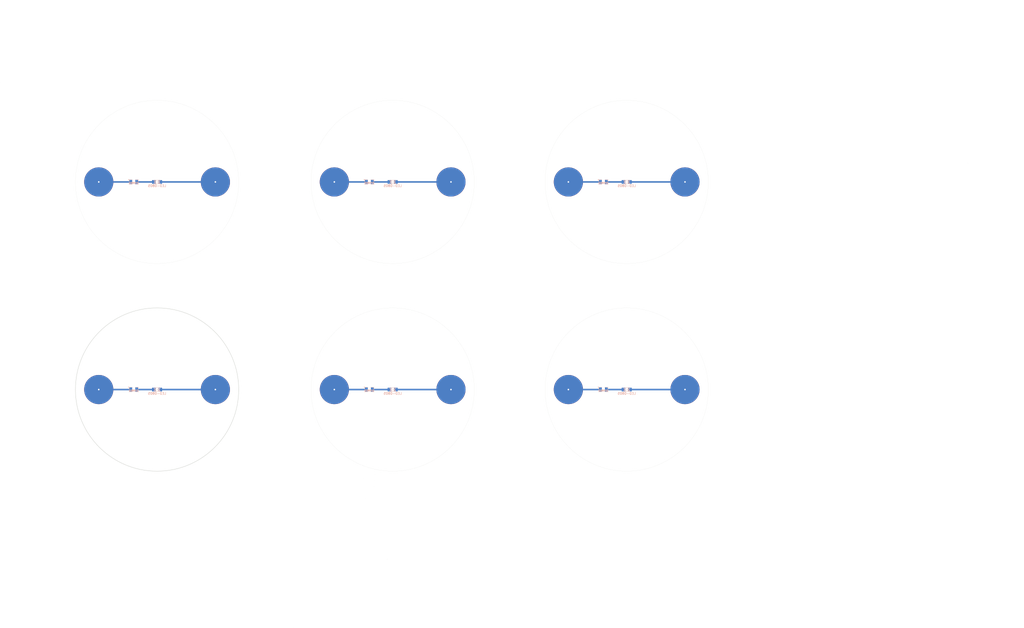
<source format=kicad_pcb>
(kicad_pcb (version 3) (host pcbnew "(2013-june-11)-stable")

  (general
    (links 0)
    (no_connects 0)
    (area 30.4775 1.5215 365.0005 206.6315)
    (thickness 1.6)
    (drawings 71)
    (tracks 24)
    (zones 0)
    (modules 18)
    (nets 1)
  )

  (page A4)
  (layers
    (15 F.Cu jumper)
    (0 B.Cu signal)
    (16 B.Adhes user)
    (17 F.Adhes user)
    (18 B.Paste user)
    (19 F.Paste user)
    (20 B.SilkS user)
    (21 F.SilkS user)
    (22 B.Mask user)
    (23 F.Mask user)
    (24 Dwgs.User user)
    (25 Cmts.User user)
    (26 Eco1.User user)
    (27 Eco2.User user)
    (28 Edge.Cuts user)
  )

  (setup
    (last_trace_width 0.508)
    (trace_clearance 0.254)
    (zone_clearance 0.508)
    (zone_45_only no)
    (trace_min 0.254)
    (segment_width 0.254)
    (edge_width 0.0254)
    (via_size 1.27)
    (via_drill 0.508)
    (via_min_size 0.889)
    (via_min_drill 0.508)
    (uvia_size 0.508)
    (uvia_drill 0.127)
    (uvias_allowed no)
    (uvia_min_size 0.508)
    (uvia_min_drill 0.127)
    (pcb_text_width 0.3)
    (pcb_text_size 1.5 1.5)
    (mod_edge_width 0.15)
    (mod_text_size 1.5 1.5)
    (mod_text_width 0.15)
    (pad_size 9.525 9.525)
    (pad_drill 0.508)
    (pad_to_mask_clearance 0.2)
    (aux_axis_origin 0 0)
    (visible_elements FFFFFFBF)
    (pcbplotparams
      (layerselection 3178497)
      (usegerberextensions true)
      (excludeedgelayer true)
      (linewidth 0.100000)
      (plotframeref false)
      (viasonmask false)
      (mode 1)
      (useauxorigin false)
      (hpglpennumber 1)
      (hpglpenspeed 20)
      (hpglpendiameter 15)
      (hpglpenoverlay 2)
      (psnegative false)
      (psa4output false)
      (plotreference true)
      (plotvalue true)
      (plotothertext true)
      (plotinvisibletext false)
      (padsonsilk false)
      (subtractmaskfromsilk false)
      (outputformat 1)
      (mirror false)
      (drillshape 1)
      (scaleselection 1)
      (outputdirectory ""))
  )

  (net 0 "")

  (net_class Default "This is the default net class."
    (clearance 0.254)
    (trace_width 0.508)
    (via_dia 1.27)
    (via_drill 0.508)
    (uvia_dia 0.508)
    (uvia_drill 0.127)
    (add_net "")
  )

  (module SM0805 (layer B.Cu) (tedit 5377D7FC) (tstamp 555DE565)
    (at 227.584 60.96)
    (attr smd)
    (fp_text reference SM0805 (at 0 0.3175) (layer B.SilkS)
      (effects (font (size 0.50038 0.50038) (thickness 0.10922)) (justify mirror))
    )
    (fp_text value Val* (at 0 -0.381) (layer B.SilkS) hide
      (effects (font (size 0.50038 0.50038) (thickness 0.10922)) (justify mirror))
    )
    (fp_circle (center -1.651 -0.762) (end -1.651 -0.635) (layer B.SilkS) (width 0.09906))
    (fp_line (start -0.508 -0.762) (end -1.524 -0.762) (layer B.SilkS) (width 0.09906))
    (fp_line (start -1.524 -0.762) (end -1.524 0.762) (layer B.SilkS) (width 0.09906))
    (fp_line (start -1.524 0.762) (end -0.508 0.762) (layer B.SilkS) (width 0.09906))
    (fp_line (start 0.508 0.762) (end 1.524 0.762) (layer B.SilkS) (width 0.09906))
    (fp_line (start 1.524 0.762) (end 1.524 -0.762) (layer B.SilkS) (width 0.09906))
    (fp_line (start 1.524 -0.762) (end 0.508 -0.762) (layer B.SilkS) (width 0.09906))
    (pad 1 smd rect (at -0.9525 0) (size 0.889 1.397)
      (layers B.Cu B.Paste B.Mask)
    )
    (pad 2 smd rect (at 0.9525 0) (size 0.889 1.397)
      (layers B.Cu B.Paste B.Mask)
    )
    (model smd/chip_cms.wrl
      (at (xyz 0 0 0))
      (scale (xyz 0.1 0.1 0.1))
      (rotate (xyz 0 0 0))
    )
  )

  (module LED-0805 (layer B.Cu) (tedit 5377D78E) (tstamp 555DE52B)
    (at 235.204 60.96)
    (descr "LED 0805 smd package")
    (tags "LED 0805 SMD")
    (attr smd)
    (fp_text reference LED-0805 (at 0 1.27) (layer B.SilkS)
      (effects (font (size 0.762 0.762) (thickness 0.127)) (justify mirror))
    )
    (fp_text value Val* (at 0 -1.27) (layer B.SilkS) hide
      (effects (font (size 0.762 0.762) (thickness 0.127)) (justify mirror))
    )
    (fp_line (start 0.49784 -0.29972) (end 0.49784 -0.62484) (layer B.SilkS) (width 0.06604))
    (fp_line (start 0.49784 -0.62484) (end 0.99822 -0.62484) (layer B.SilkS) (width 0.06604))
    (fp_line (start 0.99822 -0.29972) (end 0.99822 -0.62484) (layer B.SilkS) (width 0.06604))
    (fp_line (start 0.49784 -0.29972) (end 0.99822 -0.29972) (layer B.SilkS) (width 0.06604))
    (fp_line (start 0.49784 0.32258) (end 0.49784 0.17272) (layer B.SilkS) (width 0.06604))
    (fp_line (start 0.49784 0.17272) (end 0.7493 0.17272) (layer B.SilkS) (width 0.06604))
    (fp_line (start 0.7493 0.32258) (end 0.7493 0.17272) (layer B.SilkS) (width 0.06604))
    (fp_line (start 0.49784 0.32258) (end 0.7493 0.32258) (layer B.SilkS) (width 0.06604))
    (fp_line (start 0.49784 -0.17272) (end 0.49784 -0.32258) (layer B.SilkS) (width 0.06604))
    (fp_line (start 0.49784 -0.32258) (end 0.7493 -0.32258) (layer B.SilkS) (width 0.06604))
    (fp_line (start 0.7493 -0.17272) (end 0.7493 -0.32258) (layer B.SilkS) (width 0.06604))
    (fp_line (start 0.49784 -0.17272) (end 0.7493 -0.17272) (layer B.SilkS) (width 0.06604))
    (fp_line (start 0.49784 0.19812) (end 0.49784 -0.19812) (layer B.SilkS) (width 0.06604))
    (fp_line (start 0.49784 -0.19812) (end 0.6731 -0.19812) (layer B.SilkS) (width 0.06604))
    (fp_line (start 0.6731 0.19812) (end 0.6731 -0.19812) (layer B.SilkS) (width 0.06604))
    (fp_line (start 0.49784 0.19812) (end 0.6731 0.19812) (layer B.SilkS) (width 0.06604))
    (fp_line (start -0.99822 -0.29972) (end -0.99822 -0.62484) (layer B.SilkS) (width 0.06604))
    (fp_line (start -0.99822 -0.62484) (end -0.49784 -0.62484) (layer B.SilkS) (width 0.06604))
    (fp_line (start -0.49784 -0.29972) (end -0.49784 -0.62484) (layer B.SilkS) (width 0.06604))
    (fp_line (start -0.99822 -0.29972) (end -0.49784 -0.29972) (layer B.SilkS) (width 0.06604))
    (fp_line (start -0.99822 0.62484) (end -0.99822 0.29972) (layer B.SilkS) (width 0.06604))
    (fp_line (start -0.99822 0.29972) (end -0.49784 0.29972) (layer B.SilkS) (width 0.06604))
    (fp_line (start -0.49784 0.62484) (end -0.49784 0.29972) (layer B.SilkS) (width 0.06604))
    (fp_line (start -0.99822 0.62484) (end -0.49784 0.62484) (layer B.SilkS) (width 0.06604))
    (fp_line (start -0.7493 -0.17272) (end -0.7493 -0.32258) (layer B.SilkS) (width 0.06604))
    (fp_line (start -0.7493 -0.32258) (end -0.49784 -0.32258) (layer B.SilkS) (width 0.06604))
    (fp_line (start -0.49784 -0.17272) (end -0.49784 -0.32258) (layer B.SilkS) (width 0.06604))
    (fp_line (start -0.7493 -0.17272) (end -0.49784 -0.17272) (layer B.SilkS) (width 0.06604))
    (fp_line (start -0.7493 0.32258) (end -0.7493 0.17272) (layer B.SilkS) (width 0.06604))
    (fp_line (start -0.7493 0.17272) (end -0.49784 0.17272) (layer B.SilkS) (width 0.06604))
    (fp_line (start -0.49784 0.32258) (end -0.49784 0.17272) (layer B.SilkS) (width 0.06604))
    (fp_line (start -0.7493 0.32258) (end -0.49784 0.32258) (layer B.SilkS) (width 0.06604))
    (fp_line (start -0.6731 0.19812) (end -0.6731 -0.19812) (layer B.SilkS) (width 0.06604))
    (fp_line (start -0.6731 -0.19812) (end -0.49784 -0.19812) (layer B.SilkS) (width 0.06604))
    (fp_line (start -0.49784 0.19812) (end -0.49784 -0.19812) (layer B.SilkS) (width 0.06604))
    (fp_line (start -0.6731 0.19812) (end -0.49784 0.19812) (layer B.SilkS) (width 0.06604))
    (fp_line (start 0 0.09906) (end 0 -0.09906) (layer B.SilkS) (width 0.06604))
    (fp_line (start 0 -0.09906) (end 0.19812 -0.09906) (layer B.SilkS) (width 0.06604))
    (fp_line (start 0.19812 0.09906) (end 0.19812 -0.09906) (layer B.SilkS) (width 0.06604))
    (fp_line (start 0 0.09906) (end 0.19812 0.09906) (layer B.SilkS) (width 0.06604))
    (fp_line (start 0.49784 0.59944) (end 0.49784 0.29972) (layer B.SilkS) (width 0.06604))
    (fp_line (start 0.49784 0.29972) (end 0.79756 0.29972) (layer B.SilkS) (width 0.06604))
    (fp_line (start 0.79756 0.59944) (end 0.79756 0.29972) (layer B.SilkS) (width 0.06604))
    (fp_line (start 0.49784 0.59944) (end 0.79756 0.59944) (layer B.SilkS) (width 0.06604))
    (fp_line (start 0.92456 0.62484) (end 0.92456 0.39878) (layer B.SilkS) (width 0.06604))
    (fp_line (start 0.92456 0.39878) (end 0.99822 0.39878) (layer B.SilkS) (width 0.06604))
    (fp_line (start 0.99822 0.62484) (end 0.99822 0.39878) (layer B.SilkS) (width 0.06604))
    (fp_line (start 0.92456 0.62484) (end 0.99822 0.62484) (layer B.SilkS) (width 0.06604))
    (fp_line (start 0.52324 -0.57404) (end -0.52324 -0.57404) (layer B.SilkS) (width 0.1016))
    (fp_line (start -0.49784 0.57404) (end 0.92456 0.57404) (layer B.SilkS) (width 0.1016))
    (fp_circle (center 0.84836 0.44958) (end 0.89916 0.50038) (layer B.SilkS) (width 0.0508))
    (fp_arc (start 0.99822 0) (end 0.99822 -0.34798) (angle -180) (layer B.SilkS) (width 0.1016))
    (fp_arc (start -0.99822 0) (end -0.99822 0.34798) (angle -180) (layer B.SilkS) (width 0.1016))
    (pad 1 smd rect (at -1.04902 0) (size 1.19888 1.19888)
      (layers B.Cu B.Paste B.Mask)
    )
    (pad 2 smd rect (at 1.04902 0) (size 1.19888 1.19888)
      (layers B.Cu B.Paste B.Mask)
    )
  )

  (module endcap (layer F.Cu) (tedit 555DE155) (tstamp 555DE526)
    (at 235.204 60.96)
    (fp_text reference endcap (at 0 0) (layer F.SilkS) hide
      (effects (font (size 1.5 1.5) (thickness 0.15)))
    )
    (fp_text value VAL** (at 0 0) (layer F.SilkS) hide
      (effects (font (size 1.5 1.5) (thickness 0.15)))
    )
    (pad "" thru_hole circle (at 19.05 0) (size 9.525 9.525) (drill 0.508)
      (layers B.Cu)
      (zone_connect 2)
    )
    (pad "" thru_hole circle (at -19.05 0) (size 9.525 9.525) (drill 0.508)
      (layers *.Mask B.Cu)
      (zone_connect 2)
    )
  )

  (module endcap (layer F.Cu) (tedit 555DE155) (tstamp 555DE521)
    (at 235.204 128.778)
    (fp_text reference endcap (at 0 0) (layer F.SilkS) hide
      (effects (font (size 1.5 1.5) (thickness 0.15)))
    )
    (fp_text value VAL** (at 0 0) (layer F.SilkS) hide
      (effects (font (size 1.5 1.5) (thickness 0.15)))
    )
    (pad "" thru_hole circle (at 19.05 0) (size 9.525 9.525) (drill 0.508)
      (layers B.Cu)
      (zone_connect 2)
    )
    (pad "" thru_hole circle (at -19.05 0) (size 9.525 9.525) (drill 0.508)
      (layers *.Mask B.Cu)
      (zone_connect 2)
    )
  )

  (module LED-0805 (layer B.Cu) (tedit 5377D78E) (tstamp 555DE4E7)
    (at 235.204 128.778)
    (descr "LED 0805 smd package")
    (tags "LED 0805 SMD")
    (attr smd)
    (fp_text reference LED-0805 (at 0 1.27) (layer B.SilkS)
      (effects (font (size 0.762 0.762) (thickness 0.127)) (justify mirror))
    )
    (fp_text value Val* (at 0 -1.27) (layer B.SilkS) hide
      (effects (font (size 0.762 0.762) (thickness 0.127)) (justify mirror))
    )
    (fp_line (start 0.49784 -0.29972) (end 0.49784 -0.62484) (layer B.SilkS) (width 0.06604))
    (fp_line (start 0.49784 -0.62484) (end 0.99822 -0.62484) (layer B.SilkS) (width 0.06604))
    (fp_line (start 0.99822 -0.29972) (end 0.99822 -0.62484) (layer B.SilkS) (width 0.06604))
    (fp_line (start 0.49784 -0.29972) (end 0.99822 -0.29972) (layer B.SilkS) (width 0.06604))
    (fp_line (start 0.49784 0.32258) (end 0.49784 0.17272) (layer B.SilkS) (width 0.06604))
    (fp_line (start 0.49784 0.17272) (end 0.7493 0.17272) (layer B.SilkS) (width 0.06604))
    (fp_line (start 0.7493 0.32258) (end 0.7493 0.17272) (layer B.SilkS) (width 0.06604))
    (fp_line (start 0.49784 0.32258) (end 0.7493 0.32258) (layer B.SilkS) (width 0.06604))
    (fp_line (start 0.49784 -0.17272) (end 0.49784 -0.32258) (layer B.SilkS) (width 0.06604))
    (fp_line (start 0.49784 -0.32258) (end 0.7493 -0.32258) (layer B.SilkS) (width 0.06604))
    (fp_line (start 0.7493 -0.17272) (end 0.7493 -0.32258) (layer B.SilkS) (width 0.06604))
    (fp_line (start 0.49784 -0.17272) (end 0.7493 -0.17272) (layer B.SilkS) (width 0.06604))
    (fp_line (start 0.49784 0.19812) (end 0.49784 -0.19812) (layer B.SilkS) (width 0.06604))
    (fp_line (start 0.49784 -0.19812) (end 0.6731 -0.19812) (layer B.SilkS) (width 0.06604))
    (fp_line (start 0.6731 0.19812) (end 0.6731 -0.19812) (layer B.SilkS) (width 0.06604))
    (fp_line (start 0.49784 0.19812) (end 0.6731 0.19812) (layer B.SilkS) (width 0.06604))
    (fp_line (start -0.99822 -0.29972) (end -0.99822 -0.62484) (layer B.SilkS) (width 0.06604))
    (fp_line (start -0.99822 -0.62484) (end -0.49784 -0.62484) (layer B.SilkS) (width 0.06604))
    (fp_line (start -0.49784 -0.29972) (end -0.49784 -0.62484) (layer B.SilkS) (width 0.06604))
    (fp_line (start -0.99822 -0.29972) (end -0.49784 -0.29972) (layer B.SilkS) (width 0.06604))
    (fp_line (start -0.99822 0.62484) (end -0.99822 0.29972) (layer B.SilkS) (width 0.06604))
    (fp_line (start -0.99822 0.29972) (end -0.49784 0.29972) (layer B.SilkS) (width 0.06604))
    (fp_line (start -0.49784 0.62484) (end -0.49784 0.29972) (layer B.SilkS) (width 0.06604))
    (fp_line (start -0.99822 0.62484) (end -0.49784 0.62484) (layer B.SilkS) (width 0.06604))
    (fp_line (start -0.7493 -0.17272) (end -0.7493 -0.32258) (layer B.SilkS) (width 0.06604))
    (fp_line (start -0.7493 -0.32258) (end -0.49784 -0.32258) (layer B.SilkS) (width 0.06604))
    (fp_line (start -0.49784 -0.17272) (end -0.49784 -0.32258) (layer B.SilkS) (width 0.06604))
    (fp_line (start -0.7493 -0.17272) (end -0.49784 -0.17272) (layer B.SilkS) (width 0.06604))
    (fp_line (start -0.7493 0.32258) (end -0.7493 0.17272) (layer B.SilkS) (width 0.06604))
    (fp_line (start -0.7493 0.17272) (end -0.49784 0.17272) (layer B.SilkS) (width 0.06604))
    (fp_line (start -0.49784 0.32258) (end -0.49784 0.17272) (layer B.SilkS) (width 0.06604))
    (fp_line (start -0.7493 0.32258) (end -0.49784 0.32258) (layer B.SilkS) (width 0.06604))
    (fp_line (start -0.6731 0.19812) (end -0.6731 -0.19812) (layer B.SilkS) (width 0.06604))
    (fp_line (start -0.6731 -0.19812) (end -0.49784 -0.19812) (layer B.SilkS) (width 0.06604))
    (fp_line (start -0.49784 0.19812) (end -0.49784 -0.19812) (layer B.SilkS) (width 0.06604))
    (fp_line (start -0.6731 0.19812) (end -0.49784 0.19812) (layer B.SilkS) (width 0.06604))
    (fp_line (start 0 0.09906) (end 0 -0.09906) (layer B.SilkS) (width 0.06604))
    (fp_line (start 0 -0.09906) (end 0.19812 -0.09906) (layer B.SilkS) (width 0.06604))
    (fp_line (start 0.19812 0.09906) (end 0.19812 -0.09906) (layer B.SilkS) (width 0.06604))
    (fp_line (start 0 0.09906) (end 0.19812 0.09906) (layer B.SilkS) (width 0.06604))
    (fp_line (start 0.49784 0.59944) (end 0.49784 0.29972) (layer B.SilkS) (width 0.06604))
    (fp_line (start 0.49784 0.29972) (end 0.79756 0.29972) (layer B.SilkS) (width 0.06604))
    (fp_line (start 0.79756 0.59944) (end 0.79756 0.29972) (layer B.SilkS) (width 0.06604))
    (fp_line (start 0.49784 0.59944) (end 0.79756 0.59944) (layer B.SilkS) (width 0.06604))
    (fp_line (start 0.92456 0.62484) (end 0.92456 0.39878) (layer B.SilkS) (width 0.06604))
    (fp_line (start 0.92456 0.39878) (end 0.99822 0.39878) (layer B.SilkS) (width 0.06604))
    (fp_line (start 0.99822 0.62484) (end 0.99822 0.39878) (layer B.SilkS) (width 0.06604))
    (fp_line (start 0.92456 0.62484) (end 0.99822 0.62484) (layer B.SilkS) (width 0.06604))
    (fp_line (start 0.52324 -0.57404) (end -0.52324 -0.57404) (layer B.SilkS) (width 0.1016))
    (fp_line (start -0.49784 0.57404) (end 0.92456 0.57404) (layer B.SilkS) (width 0.1016))
    (fp_circle (center 0.84836 0.44958) (end 0.89916 0.50038) (layer B.SilkS) (width 0.0508))
    (fp_arc (start 0.99822 0) (end 0.99822 -0.34798) (angle -180) (layer B.SilkS) (width 0.1016))
    (fp_arc (start -0.99822 0) (end -0.99822 0.34798) (angle -180) (layer B.SilkS) (width 0.1016))
    (pad 1 smd rect (at -1.04902 0) (size 1.19888 1.19888)
      (layers B.Cu B.Paste B.Mask)
    )
    (pad 2 smd rect (at 1.04902 0) (size 1.19888 1.19888)
      (layers B.Cu B.Paste B.Mask)
    )
  )

  (module SM0805 (layer B.Cu) (tedit 5377D7FC) (tstamp 555DE4DB)
    (at 227.584 128.778)
    (attr smd)
    (fp_text reference SM0805 (at 0 0.3175) (layer B.SilkS)
      (effects (font (size 0.50038 0.50038) (thickness 0.10922)) (justify mirror))
    )
    (fp_text value Val* (at 0 -0.381) (layer B.SilkS) hide
      (effects (font (size 0.50038 0.50038) (thickness 0.10922)) (justify mirror))
    )
    (fp_circle (center -1.651 -0.762) (end -1.651 -0.635) (layer B.SilkS) (width 0.09906))
    (fp_line (start -0.508 -0.762) (end -1.524 -0.762) (layer B.SilkS) (width 0.09906))
    (fp_line (start -1.524 -0.762) (end -1.524 0.762) (layer B.SilkS) (width 0.09906))
    (fp_line (start -1.524 0.762) (end -0.508 0.762) (layer B.SilkS) (width 0.09906))
    (fp_line (start 0.508 0.762) (end 1.524 0.762) (layer B.SilkS) (width 0.09906))
    (fp_line (start 1.524 0.762) (end 1.524 -0.762) (layer B.SilkS) (width 0.09906))
    (fp_line (start 1.524 -0.762) (end 0.508 -0.762) (layer B.SilkS) (width 0.09906))
    (pad 1 smd rect (at -0.9525 0) (size 0.889 1.397)
      (layers B.Cu B.Paste B.Mask)
    )
    (pad 2 smd rect (at 0.9525 0) (size 0.889 1.397)
      (layers B.Cu B.Paste B.Mask)
    )
    (model smd/chip_cms.wrl
      (at (xyz 0 0 0))
      (scale (xyz 0.1 0.1 0.1))
      (rotate (xyz 0 0 0))
    )
  )

  (module SM0805 (layer B.Cu) (tedit 5377D7FC) (tstamp 555DE4B5)
    (at 151.13 60.96)
    (attr smd)
    (fp_text reference SM0805 (at 0 0.3175) (layer B.SilkS)
      (effects (font (size 0.50038 0.50038) (thickness 0.10922)) (justify mirror))
    )
    (fp_text value Val* (at 0 -0.381) (layer B.SilkS) hide
      (effects (font (size 0.50038 0.50038) (thickness 0.10922)) (justify mirror))
    )
    (fp_circle (center -1.651 -0.762) (end -1.651 -0.635) (layer B.SilkS) (width 0.09906))
    (fp_line (start -0.508 -0.762) (end -1.524 -0.762) (layer B.SilkS) (width 0.09906))
    (fp_line (start -1.524 -0.762) (end -1.524 0.762) (layer B.SilkS) (width 0.09906))
    (fp_line (start -1.524 0.762) (end -0.508 0.762) (layer B.SilkS) (width 0.09906))
    (fp_line (start 0.508 0.762) (end 1.524 0.762) (layer B.SilkS) (width 0.09906))
    (fp_line (start 1.524 0.762) (end 1.524 -0.762) (layer B.SilkS) (width 0.09906))
    (fp_line (start 1.524 -0.762) (end 0.508 -0.762) (layer B.SilkS) (width 0.09906))
    (pad 1 smd rect (at -0.9525 0) (size 0.889 1.397)
      (layers B.Cu B.Paste B.Mask)
    )
    (pad 2 smd rect (at 0.9525 0) (size 0.889 1.397)
      (layers B.Cu B.Paste B.Mask)
    )
    (model smd/chip_cms.wrl
      (at (xyz 0 0 0))
      (scale (xyz 0.1 0.1 0.1))
      (rotate (xyz 0 0 0))
    )
  )

  (module LED-0805 (layer B.Cu) (tedit 5377D78E) (tstamp 555DE47B)
    (at 158.75 60.96)
    (descr "LED 0805 smd package")
    (tags "LED 0805 SMD")
    (attr smd)
    (fp_text reference LED-0805 (at 0 1.27) (layer B.SilkS)
      (effects (font (size 0.762 0.762) (thickness 0.127)) (justify mirror))
    )
    (fp_text value Val* (at 0 -1.27) (layer B.SilkS) hide
      (effects (font (size 0.762 0.762) (thickness 0.127)) (justify mirror))
    )
    (fp_line (start 0.49784 -0.29972) (end 0.49784 -0.62484) (layer B.SilkS) (width 0.06604))
    (fp_line (start 0.49784 -0.62484) (end 0.99822 -0.62484) (layer B.SilkS) (width 0.06604))
    (fp_line (start 0.99822 -0.29972) (end 0.99822 -0.62484) (layer B.SilkS) (width 0.06604))
    (fp_line (start 0.49784 -0.29972) (end 0.99822 -0.29972) (layer B.SilkS) (width 0.06604))
    (fp_line (start 0.49784 0.32258) (end 0.49784 0.17272) (layer B.SilkS) (width 0.06604))
    (fp_line (start 0.49784 0.17272) (end 0.7493 0.17272) (layer B.SilkS) (width 0.06604))
    (fp_line (start 0.7493 0.32258) (end 0.7493 0.17272) (layer B.SilkS) (width 0.06604))
    (fp_line (start 0.49784 0.32258) (end 0.7493 0.32258) (layer B.SilkS) (width 0.06604))
    (fp_line (start 0.49784 -0.17272) (end 0.49784 -0.32258) (layer B.SilkS) (width 0.06604))
    (fp_line (start 0.49784 -0.32258) (end 0.7493 -0.32258) (layer B.SilkS) (width 0.06604))
    (fp_line (start 0.7493 -0.17272) (end 0.7493 -0.32258) (layer B.SilkS) (width 0.06604))
    (fp_line (start 0.49784 -0.17272) (end 0.7493 -0.17272) (layer B.SilkS) (width 0.06604))
    (fp_line (start 0.49784 0.19812) (end 0.49784 -0.19812) (layer B.SilkS) (width 0.06604))
    (fp_line (start 0.49784 -0.19812) (end 0.6731 -0.19812) (layer B.SilkS) (width 0.06604))
    (fp_line (start 0.6731 0.19812) (end 0.6731 -0.19812) (layer B.SilkS) (width 0.06604))
    (fp_line (start 0.49784 0.19812) (end 0.6731 0.19812) (layer B.SilkS) (width 0.06604))
    (fp_line (start -0.99822 -0.29972) (end -0.99822 -0.62484) (layer B.SilkS) (width 0.06604))
    (fp_line (start -0.99822 -0.62484) (end -0.49784 -0.62484) (layer B.SilkS) (width 0.06604))
    (fp_line (start -0.49784 -0.29972) (end -0.49784 -0.62484) (layer B.SilkS) (width 0.06604))
    (fp_line (start -0.99822 -0.29972) (end -0.49784 -0.29972) (layer B.SilkS) (width 0.06604))
    (fp_line (start -0.99822 0.62484) (end -0.99822 0.29972) (layer B.SilkS) (width 0.06604))
    (fp_line (start -0.99822 0.29972) (end -0.49784 0.29972) (layer B.SilkS) (width 0.06604))
    (fp_line (start -0.49784 0.62484) (end -0.49784 0.29972) (layer B.SilkS) (width 0.06604))
    (fp_line (start -0.99822 0.62484) (end -0.49784 0.62484) (layer B.SilkS) (width 0.06604))
    (fp_line (start -0.7493 -0.17272) (end -0.7493 -0.32258) (layer B.SilkS) (width 0.06604))
    (fp_line (start -0.7493 -0.32258) (end -0.49784 -0.32258) (layer B.SilkS) (width 0.06604))
    (fp_line (start -0.49784 -0.17272) (end -0.49784 -0.32258) (layer B.SilkS) (width 0.06604))
    (fp_line (start -0.7493 -0.17272) (end -0.49784 -0.17272) (layer B.SilkS) (width 0.06604))
    (fp_line (start -0.7493 0.32258) (end -0.7493 0.17272) (layer B.SilkS) (width 0.06604))
    (fp_line (start -0.7493 0.17272) (end -0.49784 0.17272) (layer B.SilkS) (width 0.06604))
    (fp_line (start -0.49784 0.32258) (end -0.49784 0.17272) (layer B.SilkS) (width 0.06604))
    (fp_line (start -0.7493 0.32258) (end -0.49784 0.32258) (layer B.SilkS) (width 0.06604))
    (fp_line (start -0.6731 0.19812) (end -0.6731 -0.19812) (layer B.SilkS) (width 0.06604))
    (fp_line (start -0.6731 -0.19812) (end -0.49784 -0.19812) (layer B.SilkS) (width 0.06604))
    (fp_line (start -0.49784 0.19812) (end -0.49784 -0.19812) (layer B.SilkS) (width 0.06604))
    (fp_line (start -0.6731 0.19812) (end -0.49784 0.19812) (layer B.SilkS) (width 0.06604))
    (fp_line (start 0 0.09906) (end 0 -0.09906) (layer B.SilkS) (width 0.06604))
    (fp_line (start 0 -0.09906) (end 0.19812 -0.09906) (layer B.SilkS) (width 0.06604))
    (fp_line (start 0.19812 0.09906) (end 0.19812 -0.09906) (layer B.SilkS) (width 0.06604))
    (fp_line (start 0 0.09906) (end 0.19812 0.09906) (layer B.SilkS) (width 0.06604))
    (fp_line (start 0.49784 0.59944) (end 0.49784 0.29972) (layer B.SilkS) (width 0.06604))
    (fp_line (start 0.49784 0.29972) (end 0.79756 0.29972) (layer B.SilkS) (width 0.06604))
    (fp_line (start 0.79756 0.59944) (end 0.79756 0.29972) (layer B.SilkS) (width 0.06604))
    (fp_line (start 0.49784 0.59944) (end 0.79756 0.59944) (layer B.SilkS) (width 0.06604))
    (fp_line (start 0.92456 0.62484) (end 0.92456 0.39878) (layer B.SilkS) (width 0.06604))
    (fp_line (start 0.92456 0.39878) (end 0.99822 0.39878) (layer B.SilkS) (width 0.06604))
    (fp_line (start 0.99822 0.62484) (end 0.99822 0.39878) (layer B.SilkS) (width 0.06604))
    (fp_line (start 0.92456 0.62484) (end 0.99822 0.62484) (layer B.SilkS) (width 0.06604))
    (fp_line (start 0.52324 -0.57404) (end -0.52324 -0.57404) (layer B.SilkS) (width 0.1016))
    (fp_line (start -0.49784 0.57404) (end 0.92456 0.57404) (layer B.SilkS) (width 0.1016))
    (fp_circle (center 0.84836 0.44958) (end 0.89916 0.50038) (layer B.SilkS) (width 0.0508))
    (fp_arc (start 0.99822 0) (end 0.99822 -0.34798) (angle -180) (layer B.SilkS) (width 0.1016))
    (fp_arc (start -0.99822 0) (end -0.99822 0.34798) (angle -180) (layer B.SilkS) (width 0.1016))
    (pad 1 smd rect (at -1.04902 0) (size 1.19888 1.19888)
      (layers B.Cu B.Paste B.Mask)
    )
    (pad 2 smd rect (at 1.04902 0) (size 1.19888 1.19888)
      (layers B.Cu B.Paste B.Mask)
    )
  )

  (module endcap (layer F.Cu) (tedit 555DE155) (tstamp 555DE476)
    (at 158.75 60.96)
    (fp_text reference endcap (at 0 0) (layer F.SilkS) hide
      (effects (font (size 1.5 1.5) (thickness 0.15)))
    )
    (fp_text value VAL** (at 0 0) (layer F.SilkS) hide
      (effects (font (size 1.5 1.5) (thickness 0.15)))
    )
    (pad "" thru_hole circle (at 19.05 0) (size 9.525 9.525) (drill 0.508)
      (layers B.Cu)
      (zone_connect 2)
    )
    (pad "" thru_hole circle (at -19.05 0) (size 9.525 9.525) (drill 0.508)
      (layers *.Mask B.Cu)
      (zone_connect 2)
    )
  )

  (module endcap (layer F.Cu) (tedit 555DE155) (tstamp 555DE471)
    (at 158.75 128.778)
    (fp_text reference endcap (at 0 0) (layer F.SilkS) hide
      (effects (font (size 1.5 1.5) (thickness 0.15)))
    )
    (fp_text value VAL** (at 0 0) (layer F.SilkS) hide
      (effects (font (size 1.5 1.5) (thickness 0.15)))
    )
    (pad "" thru_hole circle (at 19.05 0) (size 9.525 9.525) (drill 0.508)
      (layers B.Cu)
      (zone_connect 2)
    )
    (pad "" thru_hole circle (at -19.05 0) (size 9.525 9.525) (drill 0.508)
      (layers *.Mask B.Cu)
      (zone_connect 2)
    )
  )

  (module LED-0805 (layer B.Cu) (tedit 5377D78E) (tstamp 555DE437)
    (at 158.75 128.778)
    (descr "LED 0805 smd package")
    (tags "LED 0805 SMD")
    (attr smd)
    (fp_text reference LED-0805 (at 0 1.27) (layer B.SilkS)
      (effects (font (size 0.762 0.762) (thickness 0.127)) (justify mirror))
    )
    (fp_text value Val* (at 0 -1.27) (layer B.SilkS) hide
      (effects (font (size 0.762 0.762) (thickness 0.127)) (justify mirror))
    )
    (fp_line (start 0.49784 -0.29972) (end 0.49784 -0.62484) (layer B.SilkS) (width 0.06604))
    (fp_line (start 0.49784 -0.62484) (end 0.99822 -0.62484) (layer B.SilkS) (width 0.06604))
    (fp_line (start 0.99822 -0.29972) (end 0.99822 -0.62484) (layer B.SilkS) (width 0.06604))
    (fp_line (start 0.49784 -0.29972) (end 0.99822 -0.29972) (layer B.SilkS) (width 0.06604))
    (fp_line (start 0.49784 0.32258) (end 0.49784 0.17272) (layer B.SilkS) (width 0.06604))
    (fp_line (start 0.49784 0.17272) (end 0.7493 0.17272) (layer B.SilkS) (width 0.06604))
    (fp_line (start 0.7493 0.32258) (end 0.7493 0.17272) (layer B.SilkS) (width 0.06604))
    (fp_line (start 0.49784 0.32258) (end 0.7493 0.32258) (layer B.SilkS) (width 0.06604))
    (fp_line (start 0.49784 -0.17272) (end 0.49784 -0.32258) (layer B.SilkS) (width 0.06604))
    (fp_line (start 0.49784 -0.32258) (end 0.7493 -0.32258) (layer B.SilkS) (width 0.06604))
    (fp_line (start 0.7493 -0.17272) (end 0.7493 -0.32258) (layer B.SilkS) (width 0.06604))
    (fp_line (start 0.49784 -0.17272) (end 0.7493 -0.17272) (layer B.SilkS) (width 0.06604))
    (fp_line (start 0.49784 0.19812) (end 0.49784 -0.19812) (layer B.SilkS) (width 0.06604))
    (fp_line (start 0.49784 -0.19812) (end 0.6731 -0.19812) (layer B.SilkS) (width 0.06604))
    (fp_line (start 0.6731 0.19812) (end 0.6731 -0.19812) (layer B.SilkS) (width 0.06604))
    (fp_line (start 0.49784 0.19812) (end 0.6731 0.19812) (layer B.SilkS) (width 0.06604))
    (fp_line (start -0.99822 -0.29972) (end -0.99822 -0.62484) (layer B.SilkS) (width 0.06604))
    (fp_line (start -0.99822 -0.62484) (end -0.49784 -0.62484) (layer B.SilkS) (width 0.06604))
    (fp_line (start -0.49784 -0.29972) (end -0.49784 -0.62484) (layer B.SilkS) (width 0.06604))
    (fp_line (start -0.99822 -0.29972) (end -0.49784 -0.29972) (layer B.SilkS) (width 0.06604))
    (fp_line (start -0.99822 0.62484) (end -0.99822 0.29972) (layer B.SilkS) (width 0.06604))
    (fp_line (start -0.99822 0.29972) (end -0.49784 0.29972) (layer B.SilkS) (width 0.06604))
    (fp_line (start -0.49784 0.62484) (end -0.49784 0.29972) (layer B.SilkS) (width 0.06604))
    (fp_line (start -0.99822 0.62484) (end -0.49784 0.62484) (layer B.SilkS) (width 0.06604))
    (fp_line (start -0.7493 -0.17272) (end -0.7493 -0.32258) (layer B.SilkS) (width 0.06604))
    (fp_line (start -0.7493 -0.32258) (end -0.49784 -0.32258) (layer B.SilkS) (width 0.06604))
    (fp_line (start -0.49784 -0.17272) (end -0.49784 -0.32258) (layer B.SilkS) (width 0.06604))
    (fp_line (start -0.7493 -0.17272) (end -0.49784 -0.17272) (layer B.SilkS) (width 0.06604))
    (fp_line (start -0.7493 0.32258) (end -0.7493 0.17272) (layer B.SilkS) (width 0.06604))
    (fp_line (start -0.7493 0.17272) (end -0.49784 0.17272) (layer B.SilkS) (width 0.06604))
    (fp_line (start -0.49784 0.32258) (end -0.49784 0.17272) (layer B.SilkS) (width 0.06604))
    (fp_line (start -0.7493 0.32258) (end -0.49784 0.32258) (layer B.SilkS) (width 0.06604))
    (fp_line (start -0.6731 0.19812) (end -0.6731 -0.19812) (layer B.SilkS) (width 0.06604))
    (fp_line (start -0.6731 -0.19812) (end -0.49784 -0.19812) (layer B.SilkS) (width 0.06604))
    (fp_line (start -0.49784 0.19812) (end -0.49784 -0.19812) (layer B.SilkS) (width 0.06604))
    (fp_line (start -0.6731 0.19812) (end -0.49784 0.19812) (layer B.SilkS) (width 0.06604))
    (fp_line (start 0 0.09906) (end 0 -0.09906) (layer B.SilkS) (width 0.06604))
    (fp_line (start 0 -0.09906) (end 0.19812 -0.09906) (layer B.SilkS) (width 0.06604))
    (fp_line (start 0.19812 0.09906) (end 0.19812 -0.09906) (layer B.SilkS) (width 0.06604))
    (fp_line (start 0 0.09906) (end 0.19812 0.09906) (layer B.SilkS) (width 0.06604))
    (fp_line (start 0.49784 0.59944) (end 0.49784 0.29972) (layer B.SilkS) (width 0.06604))
    (fp_line (start 0.49784 0.29972) (end 0.79756 0.29972) (layer B.SilkS) (width 0.06604))
    (fp_line (start 0.79756 0.59944) (end 0.79756 0.29972) (layer B.SilkS) (width 0.06604))
    (fp_line (start 0.49784 0.59944) (end 0.79756 0.59944) (layer B.SilkS) (width 0.06604))
    (fp_line (start 0.92456 0.62484) (end 0.92456 0.39878) (layer B.SilkS) (width 0.06604))
    (fp_line (start 0.92456 0.39878) (end 0.99822 0.39878) (layer B.SilkS) (width 0.06604))
    (fp_line (start 0.99822 0.62484) (end 0.99822 0.39878) (layer B.SilkS) (width 0.06604))
    (fp_line (start 0.92456 0.62484) (end 0.99822 0.62484) (layer B.SilkS) (width 0.06604))
    (fp_line (start 0.52324 -0.57404) (end -0.52324 -0.57404) (layer B.SilkS) (width 0.1016))
    (fp_line (start -0.49784 0.57404) (end 0.92456 0.57404) (layer B.SilkS) (width 0.1016))
    (fp_circle (center 0.84836 0.44958) (end 0.89916 0.50038) (layer B.SilkS) (width 0.0508))
    (fp_arc (start 0.99822 0) (end 0.99822 -0.34798) (angle -180) (layer B.SilkS) (width 0.1016))
    (fp_arc (start -0.99822 0) (end -0.99822 0.34798) (angle -180) (layer B.SilkS) (width 0.1016))
    (pad 1 smd rect (at -1.04902 0) (size 1.19888 1.19888)
      (layers B.Cu B.Paste B.Mask)
    )
    (pad 2 smd rect (at 1.04902 0) (size 1.19888 1.19888)
      (layers B.Cu B.Paste B.Mask)
    )
  )

  (module SM0805 (layer B.Cu) (tedit 5377D7FC) (tstamp 555DE42B)
    (at 151.13 128.778)
    (attr smd)
    (fp_text reference SM0805 (at 0 0.3175) (layer B.SilkS)
      (effects (font (size 0.50038 0.50038) (thickness 0.10922)) (justify mirror))
    )
    (fp_text value Val* (at 0 -0.381) (layer B.SilkS) hide
      (effects (font (size 0.50038 0.50038) (thickness 0.10922)) (justify mirror))
    )
    (fp_circle (center -1.651 -0.762) (end -1.651 -0.635) (layer B.SilkS) (width 0.09906))
    (fp_line (start -0.508 -0.762) (end -1.524 -0.762) (layer B.SilkS) (width 0.09906))
    (fp_line (start -1.524 -0.762) (end -1.524 0.762) (layer B.SilkS) (width 0.09906))
    (fp_line (start -1.524 0.762) (end -0.508 0.762) (layer B.SilkS) (width 0.09906))
    (fp_line (start 0.508 0.762) (end 1.524 0.762) (layer B.SilkS) (width 0.09906))
    (fp_line (start 1.524 0.762) (end 1.524 -0.762) (layer B.SilkS) (width 0.09906))
    (fp_line (start 1.524 -0.762) (end 0.508 -0.762) (layer B.SilkS) (width 0.09906))
    (pad 1 smd rect (at -0.9525 0) (size 0.889 1.397)
      (layers B.Cu B.Paste B.Mask)
    )
    (pad 2 smd rect (at 0.9525 0) (size 0.889 1.397)
      (layers B.Cu B.Paste B.Mask)
    )
    (model smd/chip_cms.wrl
      (at (xyz 0 0 0))
      (scale (xyz 0.1 0.1 0.1))
      (rotate (xyz 0 0 0))
    )
  )

  (module SM0805 (layer B.Cu) (tedit 5377D7FC) (tstamp 555DE412)
    (at 74.168 128.778)
    (attr smd)
    (fp_text reference SM0805 (at 0 0.3175) (layer B.SilkS)
      (effects (font (size 0.50038 0.50038) (thickness 0.10922)) (justify mirror))
    )
    (fp_text value Val* (at 0 -0.381) (layer B.SilkS) hide
      (effects (font (size 0.50038 0.50038) (thickness 0.10922)) (justify mirror))
    )
    (fp_circle (center -1.651 -0.762) (end -1.651 -0.635) (layer B.SilkS) (width 0.09906))
    (fp_line (start -0.508 -0.762) (end -1.524 -0.762) (layer B.SilkS) (width 0.09906))
    (fp_line (start -1.524 -0.762) (end -1.524 0.762) (layer B.SilkS) (width 0.09906))
    (fp_line (start -1.524 0.762) (end -0.508 0.762) (layer B.SilkS) (width 0.09906))
    (fp_line (start 0.508 0.762) (end 1.524 0.762) (layer B.SilkS) (width 0.09906))
    (fp_line (start 1.524 0.762) (end 1.524 -0.762) (layer B.SilkS) (width 0.09906))
    (fp_line (start 1.524 -0.762) (end 0.508 -0.762) (layer B.SilkS) (width 0.09906))
    (pad 1 smd rect (at -0.9525 0) (size 0.889 1.397)
      (layers B.Cu B.Paste B.Mask)
    )
    (pad 2 smd rect (at 0.9525 0) (size 0.889 1.397)
      (layers B.Cu B.Paste B.Mask)
    )
    (model smd/chip_cms.wrl
      (at (xyz 0 0 0))
      (scale (xyz 0.1 0.1 0.1))
      (rotate (xyz 0 0 0))
    )
  )

  (module LED-0805 (layer B.Cu) (tedit 5377D78E) (tstamp 555DE3D8)
    (at 81.788 128.778)
    (descr "LED 0805 smd package")
    (tags "LED 0805 SMD")
    (attr smd)
    (fp_text reference LED-0805 (at 0 1.27) (layer B.SilkS)
      (effects (font (size 0.762 0.762) (thickness 0.127)) (justify mirror))
    )
    (fp_text value Val* (at 0 -1.27) (layer B.SilkS) hide
      (effects (font (size 0.762 0.762) (thickness 0.127)) (justify mirror))
    )
    (fp_line (start 0.49784 -0.29972) (end 0.49784 -0.62484) (layer B.SilkS) (width 0.06604))
    (fp_line (start 0.49784 -0.62484) (end 0.99822 -0.62484) (layer B.SilkS) (width 0.06604))
    (fp_line (start 0.99822 -0.29972) (end 0.99822 -0.62484) (layer B.SilkS) (width 0.06604))
    (fp_line (start 0.49784 -0.29972) (end 0.99822 -0.29972) (layer B.SilkS) (width 0.06604))
    (fp_line (start 0.49784 0.32258) (end 0.49784 0.17272) (layer B.SilkS) (width 0.06604))
    (fp_line (start 0.49784 0.17272) (end 0.7493 0.17272) (layer B.SilkS) (width 0.06604))
    (fp_line (start 0.7493 0.32258) (end 0.7493 0.17272) (layer B.SilkS) (width 0.06604))
    (fp_line (start 0.49784 0.32258) (end 0.7493 0.32258) (layer B.SilkS) (width 0.06604))
    (fp_line (start 0.49784 -0.17272) (end 0.49784 -0.32258) (layer B.SilkS) (width 0.06604))
    (fp_line (start 0.49784 -0.32258) (end 0.7493 -0.32258) (layer B.SilkS) (width 0.06604))
    (fp_line (start 0.7493 -0.17272) (end 0.7493 -0.32258) (layer B.SilkS) (width 0.06604))
    (fp_line (start 0.49784 -0.17272) (end 0.7493 -0.17272) (layer B.SilkS) (width 0.06604))
    (fp_line (start 0.49784 0.19812) (end 0.49784 -0.19812) (layer B.SilkS) (width 0.06604))
    (fp_line (start 0.49784 -0.19812) (end 0.6731 -0.19812) (layer B.SilkS) (width 0.06604))
    (fp_line (start 0.6731 0.19812) (end 0.6731 -0.19812) (layer B.SilkS) (width 0.06604))
    (fp_line (start 0.49784 0.19812) (end 0.6731 0.19812) (layer B.SilkS) (width 0.06604))
    (fp_line (start -0.99822 -0.29972) (end -0.99822 -0.62484) (layer B.SilkS) (width 0.06604))
    (fp_line (start -0.99822 -0.62484) (end -0.49784 -0.62484) (layer B.SilkS) (width 0.06604))
    (fp_line (start -0.49784 -0.29972) (end -0.49784 -0.62484) (layer B.SilkS) (width 0.06604))
    (fp_line (start -0.99822 -0.29972) (end -0.49784 -0.29972) (layer B.SilkS) (width 0.06604))
    (fp_line (start -0.99822 0.62484) (end -0.99822 0.29972) (layer B.SilkS) (width 0.06604))
    (fp_line (start -0.99822 0.29972) (end -0.49784 0.29972) (layer B.SilkS) (width 0.06604))
    (fp_line (start -0.49784 0.62484) (end -0.49784 0.29972) (layer B.SilkS) (width 0.06604))
    (fp_line (start -0.99822 0.62484) (end -0.49784 0.62484) (layer B.SilkS) (width 0.06604))
    (fp_line (start -0.7493 -0.17272) (end -0.7493 -0.32258) (layer B.SilkS) (width 0.06604))
    (fp_line (start -0.7493 -0.32258) (end -0.49784 -0.32258) (layer B.SilkS) (width 0.06604))
    (fp_line (start -0.49784 -0.17272) (end -0.49784 -0.32258) (layer B.SilkS) (width 0.06604))
    (fp_line (start -0.7493 -0.17272) (end -0.49784 -0.17272) (layer B.SilkS) (width 0.06604))
    (fp_line (start -0.7493 0.32258) (end -0.7493 0.17272) (layer B.SilkS) (width 0.06604))
    (fp_line (start -0.7493 0.17272) (end -0.49784 0.17272) (layer B.SilkS) (width 0.06604))
    (fp_line (start -0.49784 0.32258) (end -0.49784 0.17272) (layer B.SilkS) (width 0.06604))
    (fp_line (start -0.7493 0.32258) (end -0.49784 0.32258) (layer B.SilkS) (width 0.06604))
    (fp_line (start -0.6731 0.19812) (end -0.6731 -0.19812) (layer B.SilkS) (width 0.06604))
    (fp_line (start -0.6731 -0.19812) (end -0.49784 -0.19812) (layer B.SilkS) (width 0.06604))
    (fp_line (start -0.49784 0.19812) (end -0.49784 -0.19812) (layer B.SilkS) (width 0.06604))
    (fp_line (start -0.6731 0.19812) (end -0.49784 0.19812) (layer B.SilkS) (width 0.06604))
    (fp_line (start 0 0.09906) (end 0 -0.09906) (layer B.SilkS) (width 0.06604))
    (fp_line (start 0 -0.09906) (end 0.19812 -0.09906) (layer B.SilkS) (width 0.06604))
    (fp_line (start 0.19812 0.09906) (end 0.19812 -0.09906) (layer B.SilkS) (width 0.06604))
    (fp_line (start 0 0.09906) (end 0.19812 0.09906) (layer B.SilkS) (width 0.06604))
    (fp_line (start 0.49784 0.59944) (end 0.49784 0.29972) (layer B.SilkS) (width 0.06604))
    (fp_line (start 0.49784 0.29972) (end 0.79756 0.29972) (layer B.SilkS) (width 0.06604))
    (fp_line (start 0.79756 0.59944) (end 0.79756 0.29972) (layer B.SilkS) (width 0.06604))
    (fp_line (start 0.49784 0.59944) (end 0.79756 0.59944) (layer B.SilkS) (width 0.06604))
    (fp_line (start 0.92456 0.62484) (end 0.92456 0.39878) (layer B.SilkS) (width 0.06604))
    (fp_line (start 0.92456 0.39878) (end 0.99822 0.39878) (layer B.SilkS) (width 0.06604))
    (fp_line (start 0.99822 0.62484) (end 0.99822 0.39878) (layer B.SilkS) (width 0.06604))
    (fp_line (start 0.92456 0.62484) (end 0.99822 0.62484) (layer B.SilkS) (width 0.06604))
    (fp_line (start 0.52324 -0.57404) (end -0.52324 -0.57404) (layer B.SilkS) (width 0.1016))
    (fp_line (start -0.49784 0.57404) (end 0.92456 0.57404) (layer B.SilkS) (width 0.1016))
    (fp_circle (center 0.84836 0.44958) (end 0.89916 0.50038) (layer B.SilkS) (width 0.0508))
    (fp_arc (start 0.99822 0) (end 0.99822 -0.34798) (angle -180) (layer B.SilkS) (width 0.1016))
    (fp_arc (start -0.99822 0) (end -0.99822 0.34798) (angle -180) (layer B.SilkS) (width 0.1016))
    (pad 1 smd rect (at -1.04902 0) (size 1.19888 1.19888)
      (layers B.Cu B.Paste B.Mask)
    )
    (pad 2 smd rect (at 1.04902 0) (size 1.19888 1.19888)
      (layers B.Cu B.Paste B.Mask)
    )
  )

  (module endcap (layer F.Cu) (tedit 555DE155) (tstamp 555DE3D3)
    (at 81.788 128.778)
    (fp_text reference endcap (at 0 0) (layer F.SilkS) hide
      (effects (font (size 1.5 1.5) (thickness 0.15)))
    )
    (fp_text value VAL** (at 0 0) (layer F.SilkS) hide
      (effects (font (size 1.5 1.5) (thickness 0.15)))
    )
    (pad "" thru_hole circle (at 19.05 0) (size 9.525 9.525) (drill 0.508)
      (layers B.Cu)
      (zone_connect 2)
    )
    (pad "" thru_hole circle (at -19.05 0) (size 9.525 9.525) (drill 0.508)
      (layers *.Mask B.Cu)
      (zone_connect 2)
    )
  )

  (module endcap (layer F.Cu) (tedit 555DE155) (tstamp 53983A72)
    (at 81.788 60.96)
    (fp_text reference endcap (at 0 0) (layer F.SilkS) hide
      (effects (font (size 1.5 1.5) (thickness 0.15)))
    )
    (fp_text value VAL** (at 0 0) (layer F.SilkS) hide
      (effects (font (size 1.5 1.5) (thickness 0.15)))
    )
    (pad "" thru_hole circle (at 19.05 0) (size 9.525 9.525) (drill 0.508)
      (layers B.Cu)
      (zone_connect 2)
    )
    (pad "" thru_hole circle (at -19.05 0) (size 9.525 9.525) (drill 0.508)
      (layers *.Mask B.Cu)
      (zone_connect 2)
    )
  )

  (module LED-0805 (layer B.Cu) (tedit 5377D78E) (tstamp 53983A38)
    (at 81.788 60.96)
    (descr "LED 0805 smd package")
    (tags "LED 0805 SMD")
    (attr smd)
    (fp_text reference LED-0805 (at 0 1.27) (layer B.SilkS)
      (effects (font (size 0.762 0.762) (thickness 0.127)) (justify mirror))
    )
    (fp_text value Val* (at 0 -1.27) (layer B.SilkS) hide
      (effects (font (size 0.762 0.762) (thickness 0.127)) (justify mirror))
    )
    (fp_line (start 0.49784 -0.29972) (end 0.49784 -0.62484) (layer B.SilkS) (width 0.06604))
    (fp_line (start 0.49784 -0.62484) (end 0.99822 -0.62484) (layer B.SilkS) (width 0.06604))
    (fp_line (start 0.99822 -0.29972) (end 0.99822 -0.62484) (layer B.SilkS) (width 0.06604))
    (fp_line (start 0.49784 -0.29972) (end 0.99822 -0.29972) (layer B.SilkS) (width 0.06604))
    (fp_line (start 0.49784 0.32258) (end 0.49784 0.17272) (layer B.SilkS) (width 0.06604))
    (fp_line (start 0.49784 0.17272) (end 0.7493 0.17272) (layer B.SilkS) (width 0.06604))
    (fp_line (start 0.7493 0.32258) (end 0.7493 0.17272) (layer B.SilkS) (width 0.06604))
    (fp_line (start 0.49784 0.32258) (end 0.7493 0.32258) (layer B.SilkS) (width 0.06604))
    (fp_line (start 0.49784 -0.17272) (end 0.49784 -0.32258) (layer B.SilkS) (width 0.06604))
    (fp_line (start 0.49784 -0.32258) (end 0.7493 -0.32258) (layer B.SilkS) (width 0.06604))
    (fp_line (start 0.7493 -0.17272) (end 0.7493 -0.32258) (layer B.SilkS) (width 0.06604))
    (fp_line (start 0.49784 -0.17272) (end 0.7493 -0.17272) (layer B.SilkS) (width 0.06604))
    (fp_line (start 0.49784 0.19812) (end 0.49784 -0.19812) (layer B.SilkS) (width 0.06604))
    (fp_line (start 0.49784 -0.19812) (end 0.6731 -0.19812) (layer B.SilkS) (width 0.06604))
    (fp_line (start 0.6731 0.19812) (end 0.6731 -0.19812) (layer B.SilkS) (width 0.06604))
    (fp_line (start 0.49784 0.19812) (end 0.6731 0.19812) (layer B.SilkS) (width 0.06604))
    (fp_line (start -0.99822 -0.29972) (end -0.99822 -0.62484) (layer B.SilkS) (width 0.06604))
    (fp_line (start -0.99822 -0.62484) (end -0.49784 -0.62484) (layer B.SilkS) (width 0.06604))
    (fp_line (start -0.49784 -0.29972) (end -0.49784 -0.62484) (layer B.SilkS) (width 0.06604))
    (fp_line (start -0.99822 -0.29972) (end -0.49784 -0.29972) (layer B.SilkS) (width 0.06604))
    (fp_line (start -0.99822 0.62484) (end -0.99822 0.29972) (layer B.SilkS) (width 0.06604))
    (fp_line (start -0.99822 0.29972) (end -0.49784 0.29972) (layer B.SilkS) (width 0.06604))
    (fp_line (start -0.49784 0.62484) (end -0.49784 0.29972) (layer B.SilkS) (width 0.06604))
    (fp_line (start -0.99822 0.62484) (end -0.49784 0.62484) (layer B.SilkS) (width 0.06604))
    (fp_line (start -0.7493 -0.17272) (end -0.7493 -0.32258) (layer B.SilkS) (width 0.06604))
    (fp_line (start -0.7493 -0.32258) (end -0.49784 -0.32258) (layer B.SilkS) (width 0.06604))
    (fp_line (start -0.49784 -0.17272) (end -0.49784 -0.32258) (layer B.SilkS) (width 0.06604))
    (fp_line (start -0.7493 -0.17272) (end -0.49784 -0.17272) (layer B.SilkS) (width 0.06604))
    (fp_line (start -0.7493 0.32258) (end -0.7493 0.17272) (layer B.SilkS) (width 0.06604))
    (fp_line (start -0.7493 0.17272) (end -0.49784 0.17272) (layer B.SilkS) (width 0.06604))
    (fp_line (start -0.49784 0.32258) (end -0.49784 0.17272) (layer B.SilkS) (width 0.06604))
    (fp_line (start -0.7493 0.32258) (end -0.49784 0.32258) (layer B.SilkS) (width 0.06604))
    (fp_line (start -0.6731 0.19812) (end -0.6731 -0.19812) (layer B.SilkS) (width 0.06604))
    (fp_line (start -0.6731 -0.19812) (end -0.49784 -0.19812) (layer B.SilkS) (width 0.06604))
    (fp_line (start -0.49784 0.19812) (end -0.49784 -0.19812) (layer B.SilkS) (width 0.06604))
    (fp_line (start -0.6731 0.19812) (end -0.49784 0.19812) (layer B.SilkS) (width 0.06604))
    (fp_line (start 0 0.09906) (end 0 -0.09906) (layer B.SilkS) (width 0.06604))
    (fp_line (start 0 -0.09906) (end 0.19812 -0.09906) (layer B.SilkS) (width 0.06604))
    (fp_line (start 0.19812 0.09906) (end 0.19812 -0.09906) (layer B.SilkS) (width 0.06604))
    (fp_line (start 0 0.09906) (end 0.19812 0.09906) (layer B.SilkS) (width 0.06604))
    (fp_line (start 0.49784 0.59944) (end 0.49784 0.29972) (layer B.SilkS) (width 0.06604))
    (fp_line (start 0.49784 0.29972) (end 0.79756 0.29972) (layer B.SilkS) (width 0.06604))
    (fp_line (start 0.79756 0.59944) (end 0.79756 0.29972) (layer B.SilkS) (width 0.06604))
    (fp_line (start 0.49784 0.59944) (end 0.79756 0.59944) (layer B.SilkS) (width 0.06604))
    (fp_line (start 0.92456 0.62484) (end 0.92456 0.39878) (layer B.SilkS) (width 0.06604))
    (fp_line (start 0.92456 0.39878) (end 0.99822 0.39878) (layer B.SilkS) (width 0.06604))
    (fp_line (start 0.99822 0.62484) (end 0.99822 0.39878) (layer B.SilkS) (width 0.06604))
    (fp_line (start 0.92456 0.62484) (end 0.99822 0.62484) (layer B.SilkS) (width 0.06604))
    (fp_line (start 0.52324 -0.57404) (end -0.52324 -0.57404) (layer B.SilkS) (width 0.1016))
    (fp_line (start -0.49784 0.57404) (end 0.92456 0.57404) (layer B.SilkS) (width 0.1016))
    (fp_circle (center 0.84836 0.44958) (end 0.89916 0.50038) (layer B.SilkS) (width 0.0508))
    (fp_arc (start 0.99822 0) (end 0.99822 -0.34798) (angle -180) (layer B.SilkS) (width 0.1016))
    (fp_arc (start -0.99822 0) (end -0.99822 0.34798) (angle -180) (layer B.SilkS) (width 0.1016))
    (pad 1 smd rect (at -1.04902 0) (size 1.19888 1.19888)
      (layers B.Cu B.Paste B.Mask)
    )
    (pad 2 smd rect (at 1.04902 0) (size 1.19888 1.19888)
      (layers B.Cu B.Paste B.Mask)
    )
  )

  (module SM0805 (layer B.Cu) (tedit 5377D7FC) (tstamp 53983A2C)
    (at 74.168 60.96)
    (attr smd)
    (fp_text reference SM0805 (at 0 0.3175) (layer B.SilkS)
      (effects (font (size 0.50038 0.50038) (thickness 0.10922)) (justify mirror))
    )
    (fp_text value Val* (at 0 -0.381) (layer B.SilkS) hide
      (effects (font (size 0.50038 0.50038) (thickness 0.10922)) (justify mirror))
    )
    (fp_circle (center -1.651 -0.762) (end -1.651 -0.635) (layer B.SilkS) (width 0.09906))
    (fp_line (start -0.508 -0.762) (end -1.524 -0.762) (layer B.SilkS) (width 0.09906))
    (fp_line (start -1.524 -0.762) (end -1.524 0.762) (layer B.SilkS) (width 0.09906))
    (fp_line (start -1.524 0.762) (end -0.508 0.762) (layer B.SilkS) (width 0.09906))
    (fp_line (start 0.508 0.762) (end 1.524 0.762) (layer B.SilkS) (width 0.09906))
    (fp_line (start 1.524 0.762) (end 1.524 -0.762) (layer B.SilkS) (width 0.09906))
    (fp_line (start 1.524 -0.762) (end 0.508 -0.762) (layer B.SilkS) (width 0.09906))
    (pad 1 smd rect (at -0.9525 0) (size 0.889 1.397)
      (layers B.Cu B.Paste B.Mask)
    )
    (pad 2 smd rect (at 0.9525 0) (size 0.889 1.397)
      (layers B.Cu B.Paste B.Mask)
    )
    (model smd/chip_cms.wrl
      (at (xyz 0 0 0))
      (scale (xyz 0.1 0.1 0.1))
      (rotate (xyz 0 0 0))
    )
  )

  (gr_circle (center 235.204 60.96) (end 261.874 60.96) (layer Edge.Cuts) (width 0.0254) (tstamp 555DE58A))
  (target plus (at 216.154 60.96) (size 0.005) (width 0.0254) (layer Edge.Cuts) (tstamp 555DE589))
  (target plus (at 216.154 60.96) (size 0.005) (width 0.0254) (layer Edge.Cuts) (tstamp 555DE588))
  (gr_line (start 235.204 59.436) (end 235.204 62.484) (angle 90) (layer Dwgs.User) (width 0.2) (tstamp 555DE587))
  (gr_line (start 233.68 60.96) (end 236.728 60.96) (angle 90) (layer Dwgs.User) (width 0.2) (tstamp 555DE586))
  (gr_line (start 214.63 60.96) (end 217.678 60.96) (angle 90) (layer Dwgs.User) (width 0.2) (tstamp 555DE585))
  (gr_line (start 216.154 59.436) (end 216.154 62.484) (angle 90) (layer Dwgs.User) (width 0.2) (tstamp 555DE584))
  (gr_line (start 254.254 59.436) (end 254.254 62.484) (angle 90) (layer Dwgs.User) (width 0.2) (tstamp 555DE583))
  (gr_line (start 252.73 60.96) (end 255.778 60.96) (angle 90) (layer Dwgs.User) (width 0.2) (tstamp 555DE582))
  (gr_line (start 252.73 128.778) (end 255.778 128.778) (angle 90) (layer Dwgs.User) (width 0.2) (tstamp 555DE581))
  (gr_line (start 254.254 127.254) (end 254.254 130.302) (angle 90) (layer Dwgs.User) (width 0.2) (tstamp 555DE580))
  (gr_line (start 216.154 127.254) (end 216.154 130.302) (angle 90) (layer Dwgs.User) (width 0.2) (tstamp 555DE57F))
  (gr_line (start 214.63 128.778) (end 217.678 128.778) (angle 90) (layer Dwgs.User) (width 0.2) (tstamp 555DE57E))
  (gr_line (start 233.68 128.778) (end 236.728 128.778) (angle 90) (layer Dwgs.User) (width 0.2) (tstamp 555DE57D))
  (gr_line (start 235.204 127.254) (end 235.204 130.302) (angle 90) (layer Dwgs.User) (width 0.2) (tstamp 555DE57C))
  (target plus (at 216.154 128.778) (size 0.005) (width 0.0254) (layer Edge.Cuts) (tstamp 555DE57B))
  (target plus (at 216.154 128.778) (size 0.005) (width 0.0254) (layer Edge.Cuts) (tstamp 555DE57A))
  (gr_circle (center 235.204 128.778) (end 261.874 128.778) (layer Edge.Cuts) (width 0.0254) (tstamp 555DE579))
  (gr_circle (center 158.75 60.96) (end 185.42 60.96) (layer Edge.Cuts) (width 0.0254) (tstamp 555DE4DA))
  (target plus (at 139.7 60.96) (size 0.005) (width 0.0254) (layer Edge.Cuts) (tstamp 555DE4D9))
  (target plus (at 139.7 60.96) (size 0.005) (width 0.0254) (layer Edge.Cuts) (tstamp 555DE4D8))
  (gr_line (start 158.75 59.436) (end 158.75 62.484) (angle 90) (layer Dwgs.User) (width 0.2) (tstamp 555DE4D7))
  (gr_line (start 157.226 60.96) (end 160.274 60.96) (angle 90) (layer Dwgs.User) (width 0.2) (tstamp 555DE4D6))
  (gr_line (start 138.176 60.96) (end 141.224 60.96) (angle 90) (layer Dwgs.User) (width 0.2) (tstamp 555DE4D5))
  (gr_line (start 139.7 59.436) (end 139.7 62.484) (angle 90) (layer Dwgs.User) (width 0.2) (tstamp 555DE4D4))
  (gr_line (start 177.8 59.436) (end 177.8 62.484) (angle 90) (layer Dwgs.User) (width 0.2) (tstamp 555DE4D3))
  (gr_line (start 176.276 60.96) (end 179.324 60.96) (angle 90) (layer Dwgs.User) (width 0.2) (tstamp 555DE4D2))
  (gr_line (start 176.276 128.778) (end 179.324 128.778) (angle 90) (layer Dwgs.User) (width 0.2) (tstamp 555DE4D1))
  (gr_line (start 177.8 127.254) (end 177.8 130.302) (angle 90) (layer Dwgs.User) (width 0.2) (tstamp 555DE4D0))
  (gr_line (start 139.7 127.254) (end 139.7 130.302) (angle 90) (layer Dwgs.User) (width 0.2) (tstamp 555DE4CF))
  (gr_line (start 138.176 128.778) (end 141.224 128.778) (angle 90) (layer Dwgs.User) (width 0.2) (tstamp 555DE4CE))
  (gr_line (start 157.226 128.778) (end 160.274 128.778) (angle 90) (layer Dwgs.User) (width 0.2) (tstamp 555DE4CD))
  (gr_line (start 158.75 127.254) (end 158.75 130.302) (angle 90) (layer Dwgs.User) (width 0.2) (tstamp 555DE4CC))
  (target plus (at 139.7 128.778) (size 0.005) (width 0.0254) (layer Edge.Cuts) (tstamp 555DE4CB))
  (target plus (at 139.7 128.778) (size 0.005) (width 0.0254) (layer Edge.Cuts) (tstamp 555DE4CA))
  (gr_circle (center 158.75 128.778) (end 185.42 128.778) (layer Edge.Cuts) (width 0.0254) (tstamp 555DF8AC))
  (gr_circle (center 81.788 128.778) (end 108.458 128.778) (layer Edge.Cuts) (width 0.127) (tstamp 555DF8AF))
  (target plus (at 62.738 128.778) (size 0.005) (width 0.0254) (layer Edge.Cuts) (tstamp 555DE429))
  (target plus (at 62.738 128.778) (size 0.005) (width 0.0254) (layer Edge.Cuts) (tstamp 555DE428))
  (gr_line (start 81.788 127.254) (end 81.788 130.302) (angle 90) (layer Dwgs.User) (width 0.2) (tstamp 555DE427))
  (gr_line (start 80.264 128.778) (end 83.312 128.778) (angle 90) (layer Dwgs.User) (width 0.254) (tstamp 555DE426))
  (gr_line (start 61.214 128.778) (end 64.262 128.778) (angle 90) (layer Dwgs.User) (width 0.254) (tstamp 555DE425))
  (gr_line (start 62.738 127.254) (end 62.738 130.302) (angle 90) (layer Dwgs.User) (width 0.254) (tstamp 555DE424))
  (gr_line (start 100.838 127.254) (end 100.838 130.302) (angle 90) (layer Dwgs.User) (width 0.254) (tstamp 555DE423))
  (gr_line (start 99.314 128.778) (end 102.362 128.778) (angle 90) (layer Dwgs.User) (width 0.254) (tstamp 555DFD56))
  (gr_line (start 99.314 60.96) (end 102.362 60.96) (angle 90) (layer Dwgs.User) (width 0.2) (tstamp 555DE17B))
  (gr_line (start 100.838 59.436) (end 100.838 62.484) (angle 90) (layer Dwgs.User) (width 0.2) (tstamp 555DE17A))
  (gr_line (start 62.738 59.436) (end 62.738 62.484) (angle 90) (layer Dwgs.User) (width 0.2) (tstamp 555DE076))
  (gr_line (start 61.214 60.96) (end 64.262 60.96) (angle 90) (layer Dwgs.User) (width 0.2) (tstamp 555DE075))
  (gr_line (start 80.264 60.96) (end 83.312 60.96) (angle 90) (layer Dwgs.User) (width 0.2))
  (gr_line (start 81.788 59.436) (end 81.788 62.484) (angle 90) (layer Dwgs.User) (width 0.2))
  (target plus (at 346.71 54.864) (size 0.005) (width 0.0254) (layer Edge.Cuts))
  (target plus (at 364.998 1.524) (size 0.005) (width 0.0254) (layer Edge.Cuts))
  (target plus (at 30.48 28.448) (size 0.005) (width 0.0254) (layer Edge.Cuts))
  (target plus (at 62.738 60.96) (size 0.005) (width 0.0254) (layer Edge.Cuts))
  (target plus (at 62.738 60.96) (size 0.005) (width 0.0254) (layer Edge.Cuts))
  (gr_circle (center 81.788 60.96) (end 108.458 60.96) (layer Edge.Cuts) (width 0.0254) (tstamp 555DF888))
  (target plus (at 154.686 164.846) (size 0.005) (width 0.0254) (layer Edge.Cuts))
  (target plus (at 149.987 164.211) (size 0.005) (width 0.0254) (layer Edge.Cuts))
  (target plus (at 157.099 184.277) (size 0.005) (width 0.0254) (layer Edge.Cuts))
  (target plus (at 156.845 184.277) (size 0.005) (width 0.0254) (layer Edge.Cuts))
  (target plus (at 126.365 206.629) (size 0.005) (width 0.0254) (layer Edge.Cuts))
  (target plus (at 96.52 182.118) (size 0.005) (width 0.0254) (layer Edge.Cuts))
  (target plus (at 117.475 178.816) (size 0.005) (width 0.0254) (layer Edge.Cuts))
  (target plus (at 151.13 174.117) (size 0.005) (width 0.0254) (layer Edge.Cuts))
  (target plus (at 153.035 156.464) (size 0.005) (width 0.0254) (layer Edge.Cuts))
  (target plus (at 153.035 156.464) (size 0.005) (width 0.0254) (layer Edge.Cuts))
  (target plus (at 152.781 160.528) (size 0.005) (width 0.0254) (layer Edge.Cuts))
  (target plus (at 152.781 160.528) (size 0.005) (width 0.0254) (layer Edge.Cuts))
  (target plus (at 152.781 158.496) (size 0.005) (width 0.0254) (layer Edge.Cuts))
  (target plus (at 149.352 157.734) (size 0.005) (width 0.0254) (layer Edge.Cuts))

  (segment (start 228.854 60.96) (end 228.5365 60.96) (width 0.508) (layer B.Cu) (net 0) (tstamp 555DE578))
  (segment (start 234.15498 60.96) (end 228.854 60.96) (width 0.508) (layer B.Cu) (net 0) (tstamp 555DE577))
  (segment (start 252.984 60.96) (end 236.25302 60.96) (width 0.508) (layer B.Cu) (net 0) (tstamp 555DE576))
  (segment (start 217.424 60.96) (end 226.6315 60.96) (width 0.508) (layer B.Cu) (net 0) (tstamp 555DE575))
  (segment (start 217.424 128.778) (end 226.6315 128.778) (width 0.508) (layer B.Cu) (net 0) (tstamp 555DE574))
  (segment (start 252.984 128.778) (end 236.25302 128.778) (width 0.508) (layer B.Cu) (net 0) (tstamp 555DE573))
  (segment (start 234.15498 128.778) (end 228.854 128.778) (width 0.508) (layer B.Cu) (net 0) (tstamp 555DE572))
  (segment (start 228.854 128.778) (end 228.5365 128.778) (width 0.508) (layer B.Cu) (net 0) (tstamp 555DE571))
  (segment (start 152.4 60.96) (end 152.0825 60.96) (width 0.508) (layer B.Cu) (net 0) (tstamp 555DE4C8))
  (segment (start 157.70098 60.96) (end 152.4 60.96) (width 0.508) (layer B.Cu) (net 0) (tstamp 555DE4C7))
  (segment (start 176.53 60.96) (end 159.79902 60.96) (width 0.508) (layer B.Cu) (net 0) (tstamp 555DE4C6))
  (segment (start 140.97 60.96) (end 150.1775 60.96) (width 0.508) (layer B.Cu) (net 0) (tstamp 555DE4C5))
  (segment (start 140.97 128.778) (end 150.1775 128.778) (width 0.508) (layer B.Cu) (net 0) (tstamp 555DE4C4))
  (segment (start 176.53 128.778) (end 159.79902 128.778) (width 0.508) (layer B.Cu) (net 0) (tstamp 555DE4C3))
  (segment (start 157.70098 128.778) (end 152.4 128.778) (width 0.508) (layer B.Cu) (net 0) (tstamp 555DE4C2))
  (segment (start 152.4 128.778) (end 152.0825 128.778) (width 0.508) (layer B.Cu) (net 0) (tstamp 555DE4C1))
  (segment (start 75.438 128.778) (end 75.1205 128.778) (width 0.508) (layer B.Cu) (net 0) (tstamp 555DE421))
  (segment (start 80.73898 128.778) (end 75.438 128.778) (width 0.508) (layer B.Cu) (net 0) (tstamp 555DE420))
  (segment (start 99.568 128.778) (end 82.83702 128.778) (width 0.508) (layer B.Cu) (net 0) (tstamp 555DE41F))
  (segment (start 64.008 128.778) (end 73.2155 128.778) (width 0.508) (layer B.Cu) (net 0) (tstamp 555DE41E))
  (segment (start 64.008 60.96) (end 73.2155 60.96) (width 0.508) (layer B.Cu) (net 0) (tstamp 53983AC5))
  (segment (start 99.568 60.96) (end 82.83702 60.96) (width 0.508) (layer B.Cu) (net 0) (tstamp 53983AC4))
  (segment (start 80.73898 60.96) (end 75.438 60.96) (width 0.508) (layer B.Cu) (net 0) (tstamp 53983AC3))
  (segment (start 75.438 60.96) (end 75.1205 60.96) (width 0.508) (layer B.Cu) (net 0) (tstamp 53983AC2))

)

</source>
